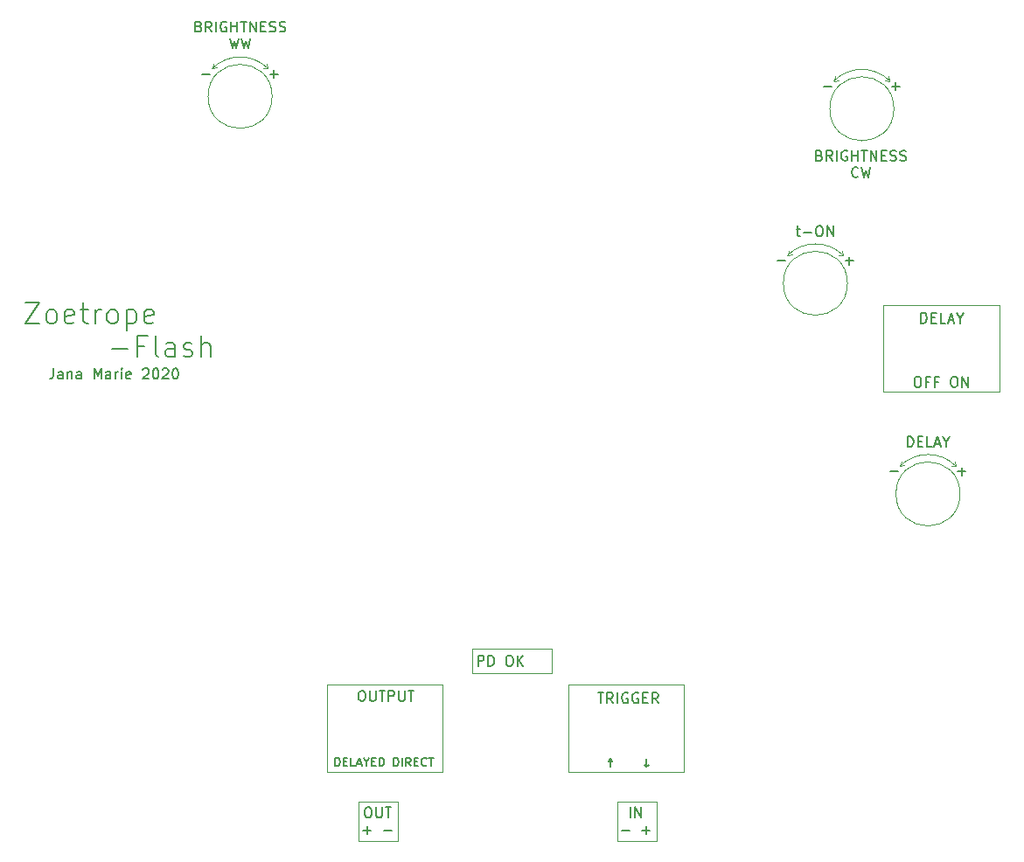
<source format=gto>
G04 #@! TF.GenerationSoftware,KiCad,Pcbnew,6.0.0-d3dd2cf0fa~116~ubuntu20.04.1*
G04 #@! TF.CreationDate,2022-01-19T00:36:28+01:00*
G04 #@! TF.ProjectId,camera-flash,63616d65-7261-42d6-966c-6173682e6b69,rev?*
G04 #@! TF.SameCoordinates,Original*
G04 #@! TF.FileFunction,Legend,Top*
G04 #@! TF.FilePolarity,Positive*
%FSLAX46Y46*%
G04 Gerber Fmt 4.6, Leading zero omitted, Abs format (unit mm)*
G04 Created by KiCad (PCBNEW 6.0.0-d3dd2cf0fa~116~ubuntu20.04.1) date 2022-01-19 00:36:28*
%MOMM*%
%LPD*%
G01*
G04 APERTURE LIST*
%ADD10C,0.150000*%
%ADD11C,0.200000*%
%ADD12C,0.120000*%
G04 APERTURE END LIST*
D10*
X56019047Y-99652380D02*
X56019047Y-100366666D01*
X55971428Y-100509523D01*
X55876190Y-100604761D01*
X55733333Y-100652380D01*
X55638095Y-100652380D01*
X56923809Y-100652380D02*
X56923809Y-100128571D01*
X56876190Y-100033333D01*
X56780952Y-99985714D01*
X56590476Y-99985714D01*
X56495238Y-100033333D01*
X56923809Y-100604761D02*
X56828571Y-100652380D01*
X56590476Y-100652380D01*
X56495238Y-100604761D01*
X56447619Y-100509523D01*
X56447619Y-100414285D01*
X56495238Y-100319047D01*
X56590476Y-100271428D01*
X56828571Y-100271428D01*
X56923809Y-100223809D01*
X57400000Y-99985714D02*
X57400000Y-100652380D01*
X57400000Y-100080952D02*
X57447619Y-100033333D01*
X57542857Y-99985714D01*
X57685714Y-99985714D01*
X57780952Y-100033333D01*
X57828571Y-100128571D01*
X57828571Y-100652380D01*
X58733333Y-100652380D02*
X58733333Y-100128571D01*
X58685714Y-100033333D01*
X58590476Y-99985714D01*
X58400000Y-99985714D01*
X58304761Y-100033333D01*
X58733333Y-100604761D02*
X58638095Y-100652380D01*
X58400000Y-100652380D01*
X58304761Y-100604761D01*
X58257142Y-100509523D01*
X58257142Y-100414285D01*
X58304761Y-100319047D01*
X58400000Y-100271428D01*
X58638095Y-100271428D01*
X58733333Y-100223809D01*
X59971428Y-100652380D02*
X59971428Y-99652380D01*
X60304761Y-100366666D01*
X60638095Y-99652380D01*
X60638095Y-100652380D01*
X61542857Y-100652380D02*
X61542857Y-100128571D01*
X61495238Y-100033333D01*
X61400000Y-99985714D01*
X61209523Y-99985714D01*
X61114285Y-100033333D01*
X61542857Y-100604761D02*
X61447619Y-100652380D01*
X61209523Y-100652380D01*
X61114285Y-100604761D01*
X61066666Y-100509523D01*
X61066666Y-100414285D01*
X61114285Y-100319047D01*
X61209523Y-100271428D01*
X61447619Y-100271428D01*
X61542857Y-100223809D01*
X62019047Y-100652380D02*
X62019047Y-99985714D01*
X62019047Y-100176190D02*
X62066666Y-100080952D01*
X62114285Y-100033333D01*
X62209523Y-99985714D01*
X62304761Y-99985714D01*
X62638095Y-100652380D02*
X62638095Y-99985714D01*
X62638095Y-99652380D02*
X62590476Y-99700000D01*
X62638095Y-99747619D01*
X62685714Y-99700000D01*
X62638095Y-99652380D01*
X62638095Y-99747619D01*
X63495238Y-100604761D02*
X63400000Y-100652380D01*
X63209523Y-100652380D01*
X63114285Y-100604761D01*
X63066666Y-100509523D01*
X63066666Y-100128571D01*
X63114285Y-100033333D01*
X63209523Y-99985714D01*
X63400000Y-99985714D01*
X63495238Y-100033333D01*
X63542857Y-100128571D01*
X63542857Y-100223809D01*
X63066666Y-100319047D01*
X64685714Y-99747619D02*
X64733333Y-99700000D01*
X64828571Y-99652380D01*
X65066666Y-99652380D01*
X65161904Y-99700000D01*
X65209523Y-99747619D01*
X65257142Y-99842857D01*
X65257142Y-99938095D01*
X65209523Y-100080952D01*
X64638095Y-100652380D01*
X65257142Y-100652380D01*
X65876190Y-99652380D02*
X65971428Y-99652380D01*
X66066666Y-99700000D01*
X66114285Y-99747619D01*
X66161904Y-99842857D01*
X66209523Y-100033333D01*
X66209523Y-100271428D01*
X66161904Y-100461904D01*
X66114285Y-100557142D01*
X66066666Y-100604761D01*
X65971428Y-100652380D01*
X65876190Y-100652380D01*
X65780952Y-100604761D01*
X65733333Y-100557142D01*
X65685714Y-100461904D01*
X65638095Y-100271428D01*
X65638095Y-100033333D01*
X65685714Y-99842857D01*
X65733333Y-99747619D01*
X65780952Y-99700000D01*
X65876190Y-99652380D01*
X66590476Y-99747619D02*
X66638095Y-99700000D01*
X66733333Y-99652380D01*
X66971428Y-99652380D01*
X67066666Y-99700000D01*
X67114285Y-99747619D01*
X67161904Y-99842857D01*
X67161904Y-99938095D01*
X67114285Y-100080952D01*
X66542857Y-100652380D01*
X67161904Y-100652380D01*
X67780952Y-99652380D02*
X67876190Y-99652380D01*
X67971428Y-99700000D01*
X68019047Y-99747619D01*
X68066666Y-99842857D01*
X68114285Y-100033333D01*
X68114285Y-100271428D01*
X68066666Y-100461904D01*
X68019047Y-100557142D01*
X67971428Y-100604761D01*
X67876190Y-100652380D01*
X67780952Y-100652380D01*
X67685714Y-100604761D01*
X67638095Y-100557142D01*
X67590476Y-100461904D01*
X67542857Y-100271428D01*
X67542857Y-100033333D01*
X67590476Y-99842857D01*
X67638095Y-99747619D01*
X67685714Y-99700000D01*
X67780952Y-99652380D01*
D11*
X53314285Y-93294761D02*
X54647619Y-93294761D01*
X53314285Y-95294761D01*
X54647619Y-95294761D01*
X55695238Y-95294761D02*
X55504761Y-95199523D01*
X55409523Y-95104285D01*
X55314285Y-94913809D01*
X55314285Y-94342380D01*
X55409523Y-94151904D01*
X55504761Y-94056666D01*
X55695238Y-93961428D01*
X55980952Y-93961428D01*
X56171428Y-94056666D01*
X56266666Y-94151904D01*
X56361904Y-94342380D01*
X56361904Y-94913809D01*
X56266666Y-95104285D01*
X56171428Y-95199523D01*
X55980952Y-95294761D01*
X55695238Y-95294761D01*
X57980952Y-95199523D02*
X57790476Y-95294761D01*
X57409523Y-95294761D01*
X57219047Y-95199523D01*
X57123809Y-95009047D01*
X57123809Y-94247142D01*
X57219047Y-94056666D01*
X57409523Y-93961428D01*
X57790476Y-93961428D01*
X57980952Y-94056666D01*
X58076190Y-94247142D01*
X58076190Y-94437619D01*
X57123809Y-94628095D01*
X58647619Y-93961428D02*
X59409523Y-93961428D01*
X58933333Y-93294761D02*
X58933333Y-95009047D01*
X59028571Y-95199523D01*
X59219047Y-95294761D01*
X59409523Y-95294761D01*
X60076190Y-95294761D02*
X60076190Y-93961428D01*
X60076190Y-94342380D02*
X60171428Y-94151904D01*
X60266666Y-94056666D01*
X60457142Y-93961428D01*
X60647619Y-93961428D01*
X61600000Y-95294761D02*
X61409523Y-95199523D01*
X61314285Y-95104285D01*
X61219047Y-94913809D01*
X61219047Y-94342380D01*
X61314285Y-94151904D01*
X61409523Y-94056666D01*
X61600000Y-93961428D01*
X61885714Y-93961428D01*
X62076190Y-94056666D01*
X62171428Y-94151904D01*
X62266666Y-94342380D01*
X62266666Y-94913809D01*
X62171428Y-95104285D01*
X62076190Y-95199523D01*
X61885714Y-95294761D01*
X61600000Y-95294761D01*
X63123809Y-93961428D02*
X63123809Y-95961428D01*
X63123809Y-94056666D02*
X63314285Y-93961428D01*
X63695238Y-93961428D01*
X63885714Y-94056666D01*
X63980952Y-94151904D01*
X64076190Y-94342380D01*
X64076190Y-94913809D01*
X63980952Y-95104285D01*
X63885714Y-95199523D01*
X63695238Y-95294761D01*
X63314285Y-95294761D01*
X63123809Y-95199523D01*
X65695238Y-95199523D02*
X65504761Y-95294761D01*
X65123809Y-95294761D01*
X64933333Y-95199523D01*
X64838095Y-95009047D01*
X64838095Y-94247142D01*
X64933333Y-94056666D01*
X65123809Y-93961428D01*
X65504761Y-93961428D01*
X65695238Y-94056666D01*
X65790476Y-94247142D01*
X65790476Y-94437619D01*
X64838095Y-94628095D01*
X61695238Y-97752857D02*
X63219047Y-97752857D01*
X64838095Y-97467142D02*
X64171428Y-97467142D01*
X64171428Y-98514761D02*
X64171428Y-96514761D01*
X65123809Y-96514761D01*
X66171428Y-98514761D02*
X65980952Y-98419523D01*
X65885714Y-98229047D01*
X65885714Y-96514761D01*
X67790476Y-98514761D02*
X67790476Y-97467142D01*
X67695238Y-97276666D01*
X67504761Y-97181428D01*
X67123809Y-97181428D01*
X66933333Y-97276666D01*
X67790476Y-98419523D02*
X67600000Y-98514761D01*
X67123809Y-98514761D01*
X66933333Y-98419523D01*
X66838095Y-98229047D01*
X66838095Y-98038571D01*
X66933333Y-97848095D01*
X67123809Y-97752857D01*
X67600000Y-97752857D01*
X67790476Y-97657619D01*
X68647619Y-98419523D02*
X68838095Y-98514761D01*
X69219047Y-98514761D01*
X69409523Y-98419523D01*
X69504761Y-98229047D01*
X69504761Y-98133809D01*
X69409523Y-97943333D01*
X69219047Y-97848095D01*
X68933333Y-97848095D01*
X68742857Y-97752857D01*
X68647619Y-97562380D01*
X68647619Y-97467142D01*
X68742857Y-97276666D01*
X68933333Y-97181428D01*
X69219047Y-97181428D01*
X69409523Y-97276666D01*
X70361904Y-98514761D02*
X70361904Y-96514761D01*
X71219047Y-98514761D02*
X71219047Y-97467142D01*
X71123809Y-97276666D01*
X70933333Y-97181428D01*
X70647619Y-97181428D01*
X70457142Y-97276666D01*
X70361904Y-97371904D01*
D10*
X137966666Y-72328571D02*
X137204761Y-72328571D01*
X137585714Y-71947619D02*
X137585714Y-72709523D01*
X131395238Y-72328571D02*
X130633333Y-72328571D01*
D12*
X136999999Y-71800001D02*
X136900000Y-71350000D01*
X131600001Y-71800001D02*
X132025000Y-71725000D01*
X136999999Y-71800001D02*
X136575000Y-71775000D01*
X131600000Y-71800000D02*
X131750000Y-71350000D01*
X136999999Y-71800001D02*
G75*
G03*
X131600001Y-71800001I-2699999J-2699999D01*
G01*
D10*
X133466666Y-89228571D02*
X132704761Y-89228571D01*
X133085714Y-88847619D02*
X133085714Y-89609523D01*
X126895238Y-89228571D02*
X126133333Y-89228571D01*
X144366666Y-109628571D02*
X143604761Y-109628571D01*
X143985714Y-109247619D02*
X143985714Y-110009523D01*
X137795238Y-109628571D02*
X137033333Y-109628571D01*
X77766666Y-71128571D02*
X77004761Y-71128571D01*
X77385714Y-70747619D02*
X77385714Y-71509523D01*
X71195238Y-71128571D02*
X70433333Y-71128571D01*
D12*
X71400001Y-70600001D02*
X71550001Y-70150001D01*
X71400002Y-70600002D02*
X71825001Y-70525001D01*
X76799999Y-70600001D02*
X76375000Y-70575000D01*
X76799999Y-70600001D02*
G75*
G03*
X71400001Y-70600001I-2699999J-2699999D01*
G01*
X76799999Y-70600001D02*
X76700000Y-70150000D01*
X138000000Y-109100000D02*
X138150000Y-108650000D01*
X138000001Y-109100001D02*
X138425000Y-109025000D01*
X143399999Y-109100001D02*
X142975000Y-109075000D01*
X143399999Y-109100001D02*
G75*
G03*
X138000001Y-109100001I-2699999J-2699999D01*
G01*
X143399999Y-109100001D02*
X143300000Y-108650000D01*
X132499999Y-88700001D02*
X132075000Y-88675000D01*
X132499999Y-88700001D02*
X132400000Y-88250000D01*
X127100001Y-88700001D02*
X127525000Y-88625000D01*
X127100000Y-88700000D02*
X127250000Y-88250000D01*
X132499999Y-88700001D02*
G75*
G03*
X127100001Y-88700001I-2699999J-2699999D01*
G01*
X77200000Y-73300000D02*
G75*
G03*
X77200000Y-73300000I-3100000J0D01*
G01*
X143800000Y-111800000D02*
G75*
G03*
X143800000Y-111800000I-3100000J0D01*
G01*
X137400000Y-74500000D02*
G75*
G03*
X137400000Y-74500000I-3100000J0D01*
G01*
X132900000Y-91400000D02*
G75*
G03*
X132900000Y-91400000I-3100000J0D01*
G01*
X147600000Y-93500000D02*
X136400000Y-93500000D01*
X136400000Y-101900000D02*
X147600000Y-101900000D01*
X136400000Y-93500000D02*
X136400000Y-101900000D01*
X147600000Y-93500000D02*
X147600000Y-101900000D01*
X117100000Y-130300000D02*
X105900000Y-130300000D01*
X105900000Y-138700000D02*
X117100000Y-138700000D01*
X105900000Y-130300000D02*
X105900000Y-138700000D01*
X117100000Y-130300000D02*
X117100000Y-138700000D01*
X93700000Y-130300000D02*
X93700000Y-138700000D01*
X82500000Y-138700000D02*
X93700000Y-138700000D01*
X82500000Y-130300000D02*
X82500000Y-138700000D01*
X93700000Y-130300000D02*
X82500000Y-130300000D01*
X114400000Y-141600000D02*
X110600000Y-141600000D01*
X110600000Y-145400000D02*
X114400000Y-145400000D01*
X110600000Y-141600000D02*
X110600000Y-145400000D01*
X114400000Y-145400000D02*
X114400000Y-141600000D01*
X89400000Y-141600000D02*
X85600000Y-141600000D01*
X89400000Y-145400000D02*
X89400000Y-141600000D01*
X85600000Y-145400000D02*
X89400000Y-145400000D01*
X85600000Y-141600000D02*
X85600000Y-145400000D01*
D10*
X83295238Y-138161904D02*
X83295238Y-137361904D01*
X83485714Y-137361904D01*
X83600000Y-137400000D01*
X83676190Y-137476190D01*
X83714285Y-137552380D01*
X83752380Y-137704761D01*
X83752380Y-137819047D01*
X83714285Y-137971428D01*
X83676190Y-138047619D01*
X83600000Y-138123809D01*
X83485714Y-138161904D01*
X83295238Y-138161904D01*
X84095238Y-137742857D02*
X84361904Y-137742857D01*
X84476190Y-138161904D02*
X84095238Y-138161904D01*
X84095238Y-137361904D01*
X84476190Y-137361904D01*
X85200000Y-138161904D02*
X84819047Y-138161904D01*
X84819047Y-137361904D01*
X85428571Y-137933333D02*
X85809523Y-137933333D01*
X85352380Y-138161904D02*
X85619047Y-137361904D01*
X85885714Y-138161904D01*
X86304761Y-137780952D02*
X86304761Y-138161904D01*
X86038095Y-137361904D02*
X86304761Y-137780952D01*
X86571428Y-137361904D01*
X86838095Y-137742857D02*
X87104761Y-137742857D01*
X87219047Y-138161904D02*
X86838095Y-138161904D01*
X86838095Y-137361904D01*
X87219047Y-137361904D01*
X87561904Y-138161904D02*
X87561904Y-137361904D01*
X87752380Y-137361904D01*
X87866666Y-137400000D01*
X87942857Y-137476190D01*
X87980952Y-137552380D01*
X88019047Y-137704761D01*
X88019047Y-137819047D01*
X87980952Y-137971428D01*
X87942857Y-138047619D01*
X87866666Y-138123809D01*
X87752380Y-138161904D01*
X87561904Y-138161904D01*
X88971428Y-138161904D02*
X88971428Y-137361904D01*
X89161904Y-137361904D01*
X89276190Y-137400000D01*
X89352380Y-137476190D01*
X89390476Y-137552380D01*
X89428571Y-137704761D01*
X89428571Y-137819047D01*
X89390476Y-137971428D01*
X89352380Y-138047619D01*
X89276190Y-138123809D01*
X89161904Y-138161904D01*
X88971428Y-138161904D01*
X89771428Y-138161904D02*
X89771428Y-137361904D01*
X90609523Y-138161904D02*
X90342857Y-137780952D01*
X90152380Y-138161904D02*
X90152380Y-137361904D01*
X90457142Y-137361904D01*
X90533333Y-137400000D01*
X90571428Y-137438095D01*
X90609523Y-137514285D01*
X90609523Y-137628571D01*
X90571428Y-137704761D01*
X90533333Y-137742857D01*
X90457142Y-137780952D01*
X90152380Y-137780952D01*
X90952380Y-137742857D02*
X91219047Y-137742857D01*
X91333333Y-138161904D02*
X90952380Y-138161904D01*
X90952380Y-137361904D01*
X91333333Y-137361904D01*
X92133333Y-138085714D02*
X92095238Y-138123809D01*
X91980952Y-138161904D01*
X91904761Y-138161904D01*
X91790476Y-138123809D01*
X91714285Y-138047619D01*
X91676190Y-137971428D01*
X91638095Y-137819047D01*
X91638095Y-137704761D01*
X91676190Y-137552380D01*
X91714285Y-137476190D01*
X91790476Y-137400000D01*
X91904761Y-137361904D01*
X91980952Y-137361904D01*
X92095238Y-137400000D01*
X92133333Y-137438095D01*
X92361904Y-137361904D02*
X92819047Y-137361904D01*
X92590476Y-138161904D02*
X92590476Y-137361904D01*
X85795238Y-130852380D02*
X85985714Y-130852380D01*
X86080952Y-130900000D01*
X86176190Y-130995238D01*
X86223809Y-131185714D01*
X86223809Y-131519047D01*
X86176190Y-131709523D01*
X86080952Y-131804761D01*
X85985714Y-131852380D01*
X85795238Y-131852380D01*
X85700000Y-131804761D01*
X85604761Y-131709523D01*
X85557142Y-131519047D01*
X85557142Y-131185714D01*
X85604761Y-130995238D01*
X85700000Y-130900000D01*
X85795238Y-130852380D01*
X86652380Y-130852380D02*
X86652380Y-131661904D01*
X86700000Y-131757142D01*
X86747619Y-131804761D01*
X86842857Y-131852380D01*
X87033333Y-131852380D01*
X87128571Y-131804761D01*
X87176190Y-131757142D01*
X87223809Y-131661904D01*
X87223809Y-130852380D01*
X87557142Y-130852380D02*
X88128571Y-130852380D01*
X87842857Y-131852380D02*
X87842857Y-130852380D01*
X88461904Y-131852380D02*
X88461904Y-130852380D01*
X88842857Y-130852380D01*
X88938095Y-130900000D01*
X88985714Y-130947619D01*
X89033333Y-131042857D01*
X89033333Y-131185714D01*
X88985714Y-131280952D01*
X88938095Y-131328571D01*
X88842857Y-131376190D01*
X88461904Y-131376190D01*
X89461904Y-130852380D02*
X89461904Y-131661904D01*
X89509523Y-131757142D01*
X89557142Y-131804761D01*
X89652380Y-131852380D01*
X89842857Y-131852380D01*
X89938095Y-131804761D01*
X89985714Y-131757142D01*
X90033333Y-131661904D01*
X90033333Y-130852380D01*
X90366666Y-130852380D02*
X90938095Y-130852380D01*
X90652380Y-131852380D02*
X90652380Y-130852380D01*
X70100000Y-66523571D02*
X70242857Y-66571190D01*
X70290476Y-66618809D01*
X70338095Y-66714047D01*
X70338095Y-66856904D01*
X70290476Y-66952142D01*
X70242857Y-66999761D01*
X70147619Y-67047380D01*
X69766666Y-67047380D01*
X69766666Y-66047380D01*
X70100000Y-66047380D01*
X70195238Y-66095000D01*
X70242857Y-66142619D01*
X70290476Y-66237857D01*
X70290476Y-66333095D01*
X70242857Y-66428333D01*
X70195238Y-66475952D01*
X70100000Y-66523571D01*
X69766666Y-66523571D01*
X71338095Y-67047380D02*
X71004761Y-66571190D01*
X70766666Y-67047380D02*
X70766666Y-66047380D01*
X71147619Y-66047380D01*
X71242857Y-66095000D01*
X71290476Y-66142619D01*
X71338095Y-66237857D01*
X71338095Y-66380714D01*
X71290476Y-66475952D01*
X71242857Y-66523571D01*
X71147619Y-66571190D01*
X70766666Y-66571190D01*
X71766666Y-67047380D02*
X71766666Y-66047380D01*
X72766666Y-66095000D02*
X72671428Y-66047380D01*
X72528571Y-66047380D01*
X72385714Y-66095000D01*
X72290476Y-66190238D01*
X72242857Y-66285476D01*
X72195238Y-66475952D01*
X72195238Y-66618809D01*
X72242857Y-66809285D01*
X72290476Y-66904523D01*
X72385714Y-66999761D01*
X72528571Y-67047380D01*
X72623809Y-67047380D01*
X72766666Y-66999761D01*
X72814285Y-66952142D01*
X72814285Y-66618809D01*
X72623809Y-66618809D01*
X73242857Y-67047380D02*
X73242857Y-66047380D01*
X73242857Y-66523571D02*
X73814285Y-66523571D01*
X73814285Y-67047380D02*
X73814285Y-66047380D01*
X74147619Y-66047380D02*
X74719047Y-66047380D01*
X74433333Y-67047380D02*
X74433333Y-66047380D01*
X75052380Y-67047380D02*
X75052380Y-66047380D01*
X75623809Y-67047380D01*
X75623809Y-66047380D01*
X76100000Y-66523571D02*
X76433333Y-66523571D01*
X76576190Y-67047380D02*
X76100000Y-67047380D01*
X76100000Y-66047380D01*
X76576190Y-66047380D01*
X76957142Y-66999761D02*
X77100000Y-67047380D01*
X77338095Y-67047380D01*
X77433333Y-66999761D01*
X77480952Y-66952142D01*
X77528571Y-66856904D01*
X77528571Y-66761666D01*
X77480952Y-66666428D01*
X77433333Y-66618809D01*
X77338095Y-66571190D01*
X77147619Y-66523571D01*
X77052380Y-66475952D01*
X77004761Y-66428333D01*
X76957142Y-66333095D01*
X76957142Y-66237857D01*
X77004761Y-66142619D01*
X77052380Y-66095000D01*
X77147619Y-66047380D01*
X77385714Y-66047380D01*
X77528571Y-66095000D01*
X77909523Y-66999761D02*
X78052380Y-67047380D01*
X78290476Y-67047380D01*
X78385714Y-66999761D01*
X78433333Y-66952142D01*
X78480952Y-66856904D01*
X78480952Y-66761666D01*
X78433333Y-66666428D01*
X78385714Y-66618809D01*
X78290476Y-66571190D01*
X78100000Y-66523571D01*
X78004761Y-66475952D01*
X77957142Y-66428333D01*
X77909523Y-66333095D01*
X77909523Y-66237857D01*
X77957142Y-66142619D01*
X78004761Y-66095000D01*
X78100000Y-66047380D01*
X78338095Y-66047380D01*
X78480952Y-66095000D01*
X73100000Y-67657380D02*
X73338095Y-68657380D01*
X73528571Y-67943095D01*
X73719047Y-68657380D01*
X73957142Y-67657380D01*
X74242857Y-67657380D02*
X74480952Y-68657380D01*
X74671428Y-67943095D01*
X74861904Y-68657380D01*
X75100000Y-67657380D01*
X130200000Y-79023571D02*
X130342857Y-79071190D01*
X130390476Y-79118809D01*
X130438095Y-79214047D01*
X130438095Y-79356904D01*
X130390476Y-79452142D01*
X130342857Y-79499761D01*
X130247619Y-79547380D01*
X129866666Y-79547380D01*
X129866666Y-78547380D01*
X130200000Y-78547380D01*
X130295238Y-78595000D01*
X130342857Y-78642619D01*
X130390476Y-78737857D01*
X130390476Y-78833095D01*
X130342857Y-78928333D01*
X130295238Y-78975952D01*
X130200000Y-79023571D01*
X129866666Y-79023571D01*
X131438095Y-79547380D02*
X131104761Y-79071190D01*
X130866666Y-79547380D02*
X130866666Y-78547380D01*
X131247619Y-78547380D01*
X131342857Y-78595000D01*
X131390476Y-78642619D01*
X131438095Y-78737857D01*
X131438095Y-78880714D01*
X131390476Y-78975952D01*
X131342857Y-79023571D01*
X131247619Y-79071190D01*
X130866666Y-79071190D01*
X131866666Y-79547380D02*
X131866666Y-78547380D01*
X132866666Y-78595000D02*
X132771428Y-78547380D01*
X132628571Y-78547380D01*
X132485714Y-78595000D01*
X132390476Y-78690238D01*
X132342857Y-78785476D01*
X132295238Y-78975952D01*
X132295238Y-79118809D01*
X132342857Y-79309285D01*
X132390476Y-79404523D01*
X132485714Y-79499761D01*
X132628571Y-79547380D01*
X132723809Y-79547380D01*
X132866666Y-79499761D01*
X132914285Y-79452142D01*
X132914285Y-79118809D01*
X132723809Y-79118809D01*
X133342857Y-79547380D02*
X133342857Y-78547380D01*
X133342857Y-79023571D02*
X133914285Y-79023571D01*
X133914285Y-79547380D02*
X133914285Y-78547380D01*
X134247619Y-78547380D02*
X134819047Y-78547380D01*
X134533333Y-79547380D02*
X134533333Y-78547380D01*
X135152380Y-79547380D02*
X135152380Y-78547380D01*
X135723809Y-79547380D01*
X135723809Y-78547380D01*
X136200000Y-79023571D02*
X136533333Y-79023571D01*
X136676190Y-79547380D02*
X136200000Y-79547380D01*
X136200000Y-78547380D01*
X136676190Y-78547380D01*
X137057142Y-79499761D02*
X137200000Y-79547380D01*
X137438095Y-79547380D01*
X137533333Y-79499761D01*
X137580952Y-79452142D01*
X137628571Y-79356904D01*
X137628571Y-79261666D01*
X137580952Y-79166428D01*
X137533333Y-79118809D01*
X137438095Y-79071190D01*
X137247619Y-79023571D01*
X137152380Y-78975952D01*
X137104761Y-78928333D01*
X137057142Y-78833095D01*
X137057142Y-78737857D01*
X137104761Y-78642619D01*
X137152380Y-78595000D01*
X137247619Y-78547380D01*
X137485714Y-78547380D01*
X137628571Y-78595000D01*
X138009523Y-79499761D02*
X138152380Y-79547380D01*
X138390476Y-79547380D01*
X138485714Y-79499761D01*
X138533333Y-79452142D01*
X138580952Y-79356904D01*
X138580952Y-79261666D01*
X138533333Y-79166428D01*
X138485714Y-79118809D01*
X138390476Y-79071190D01*
X138200000Y-79023571D01*
X138104761Y-78975952D01*
X138057142Y-78928333D01*
X138009523Y-78833095D01*
X138009523Y-78737857D01*
X138057142Y-78642619D01*
X138104761Y-78595000D01*
X138200000Y-78547380D01*
X138438095Y-78547380D01*
X138580952Y-78595000D01*
X133938095Y-81062142D02*
X133890476Y-81109761D01*
X133747619Y-81157380D01*
X133652380Y-81157380D01*
X133509523Y-81109761D01*
X133414285Y-81014523D01*
X133366666Y-80919285D01*
X133319047Y-80728809D01*
X133319047Y-80585952D01*
X133366666Y-80395476D01*
X133414285Y-80300238D01*
X133509523Y-80205000D01*
X133652380Y-80157380D01*
X133747619Y-80157380D01*
X133890476Y-80205000D01*
X133938095Y-80252619D01*
X134271428Y-80157380D02*
X134509523Y-81157380D01*
X134700000Y-80443095D01*
X134890476Y-81157380D01*
X135128571Y-80157380D01*
X127942857Y-86185714D02*
X128323809Y-86185714D01*
X128085714Y-85852380D02*
X128085714Y-86709523D01*
X128133333Y-86804761D01*
X128228571Y-86852380D01*
X128323809Y-86852380D01*
X128657142Y-86471428D02*
X129419047Y-86471428D01*
X130085714Y-85852380D02*
X130276190Y-85852380D01*
X130371428Y-85900000D01*
X130466666Y-85995238D01*
X130514285Y-86185714D01*
X130514285Y-86519047D01*
X130466666Y-86709523D01*
X130371428Y-86804761D01*
X130276190Y-86852380D01*
X130085714Y-86852380D01*
X129990476Y-86804761D01*
X129895238Y-86709523D01*
X129847619Y-86519047D01*
X129847619Y-86185714D01*
X129895238Y-85995238D01*
X129990476Y-85900000D01*
X130085714Y-85852380D01*
X130942857Y-86852380D02*
X130942857Y-85852380D01*
X131514285Y-86852380D01*
X131514285Y-85852380D01*
X138723809Y-107252380D02*
X138723809Y-106252380D01*
X138961904Y-106252380D01*
X139104761Y-106300000D01*
X139200000Y-106395238D01*
X139247619Y-106490476D01*
X139295238Y-106680952D01*
X139295238Y-106823809D01*
X139247619Y-107014285D01*
X139200000Y-107109523D01*
X139104761Y-107204761D01*
X138961904Y-107252380D01*
X138723809Y-107252380D01*
X139723809Y-106728571D02*
X140057142Y-106728571D01*
X140200000Y-107252380D02*
X139723809Y-107252380D01*
X139723809Y-106252380D01*
X140200000Y-106252380D01*
X141104761Y-107252380D02*
X140628571Y-107252380D01*
X140628571Y-106252380D01*
X141390476Y-106966666D02*
X141866666Y-106966666D01*
X141295238Y-107252380D02*
X141628571Y-106252380D01*
X141961904Y-107252380D01*
X142485714Y-106776190D02*
X142485714Y-107252380D01*
X142152380Y-106252380D02*
X142485714Y-106776190D01*
X142819047Y-106252380D01*
X109938095Y-138252380D02*
X109938095Y-137490476D01*
X109747619Y-137680952D02*
X109938095Y-137490476D01*
X110128571Y-137680952D01*
X113461904Y-137490476D02*
X113461904Y-138252380D01*
X113652380Y-138061904D02*
X113461904Y-138252380D01*
X113271428Y-138061904D01*
X139619047Y-100452380D02*
X139809523Y-100452380D01*
X139904761Y-100500000D01*
X140000000Y-100595238D01*
X140047619Y-100785714D01*
X140047619Y-101119047D01*
X140000000Y-101309523D01*
X139904761Y-101404761D01*
X139809523Y-101452380D01*
X139619047Y-101452380D01*
X139523809Y-101404761D01*
X139428571Y-101309523D01*
X139380952Y-101119047D01*
X139380952Y-100785714D01*
X139428571Y-100595238D01*
X139523809Y-100500000D01*
X139619047Y-100452380D01*
X140809523Y-100928571D02*
X140476190Y-100928571D01*
X140476190Y-101452380D02*
X140476190Y-100452380D01*
X140952380Y-100452380D01*
X141666666Y-100928571D02*
X141333333Y-100928571D01*
X141333333Y-101452380D02*
X141333333Y-100452380D01*
X141809523Y-100452380D01*
X143142857Y-100452380D02*
X143333333Y-100452380D01*
X143428571Y-100500000D01*
X143523809Y-100595238D01*
X143571428Y-100785714D01*
X143571428Y-101119047D01*
X143523809Y-101309523D01*
X143428571Y-101404761D01*
X143333333Y-101452380D01*
X143142857Y-101452380D01*
X143047619Y-101404761D01*
X142952380Y-101309523D01*
X142904761Y-101119047D01*
X142904761Y-100785714D01*
X142952380Y-100595238D01*
X143047619Y-100500000D01*
X143142857Y-100452380D01*
X144000000Y-101452380D02*
X144000000Y-100452380D01*
X144571428Y-101452380D01*
X144571428Y-100452380D01*
X140023809Y-95252380D02*
X140023809Y-94252380D01*
X140261904Y-94252380D01*
X140404761Y-94300000D01*
X140500000Y-94395238D01*
X140547619Y-94490476D01*
X140595238Y-94680952D01*
X140595238Y-94823809D01*
X140547619Y-95014285D01*
X140500000Y-95109523D01*
X140404761Y-95204761D01*
X140261904Y-95252380D01*
X140023809Y-95252380D01*
X141023809Y-94728571D02*
X141357142Y-94728571D01*
X141500000Y-95252380D02*
X141023809Y-95252380D01*
X141023809Y-94252380D01*
X141500000Y-94252380D01*
X142404761Y-95252380D02*
X141928571Y-95252380D01*
X141928571Y-94252380D01*
X142690476Y-94966666D02*
X143166666Y-94966666D01*
X142595238Y-95252380D02*
X142928571Y-94252380D01*
X143261904Y-95252380D01*
X143785714Y-94776190D02*
X143785714Y-95252380D01*
X143452380Y-94252380D02*
X143785714Y-94776190D01*
X144119047Y-94252380D01*
X108723809Y-131052380D02*
X109295238Y-131052380D01*
X109009523Y-132052380D02*
X109009523Y-131052380D01*
X110200000Y-132052380D02*
X109866666Y-131576190D01*
X109628571Y-132052380D02*
X109628571Y-131052380D01*
X110009523Y-131052380D01*
X110104761Y-131100000D01*
X110152380Y-131147619D01*
X110200000Y-131242857D01*
X110200000Y-131385714D01*
X110152380Y-131480952D01*
X110104761Y-131528571D01*
X110009523Y-131576190D01*
X109628571Y-131576190D01*
X110628571Y-132052380D02*
X110628571Y-131052380D01*
X111628571Y-131100000D02*
X111533333Y-131052380D01*
X111390476Y-131052380D01*
X111247619Y-131100000D01*
X111152380Y-131195238D01*
X111104761Y-131290476D01*
X111057142Y-131480952D01*
X111057142Y-131623809D01*
X111104761Y-131814285D01*
X111152380Y-131909523D01*
X111247619Y-132004761D01*
X111390476Y-132052380D01*
X111485714Y-132052380D01*
X111628571Y-132004761D01*
X111676190Y-131957142D01*
X111676190Y-131623809D01*
X111485714Y-131623809D01*
X112628571Y-131100000D02*
X112533333Y-131052380D01*
X112390476Y-131052380D01*
X112247619Y-131100000D01*
X112152380Y-131195238D01*
X112104761Y-131290476D01*
X112057142Y-131480952D01*
X112057142Y-131623809D01*
X112104761Y-131814285D01*
X112152380Y-131909523D01*
X112247619Y-132004761D01*
X112390476Y-132052380D01*
X112485714Y-132052380D01*
X112628571Y-132004761D01*
X112676190Y-131957142D01*
X112676190Y-131623809D01*
X112485714Y-131623809D01*
X113104761Y-131528571D02*
X113438095Y-131528571D01*
X113580952Y-132052380D02*
X113104761Y-132052380D01*
X113104761Y-131052380D01*
X113580952Y-131052380D01*
X114580952Y-132052380D02*
X114247619Y-131576190D01*
X114009523Y-132052380D02*
X114009523Y-131052380D01*
X114390476Y-131052380D01*
X114485714Y-131100000D01*
X114533333Y-131147619D01*
X114580952Y-131242857D01*
X114580952Y-131385714D01*
X114533333Y-131480952D01*
X114485714Y-131528571D01*
X114390476Y-131576190D01*
X114009523Y-131576190D01*
X86400000Y-142147380D02*
X86590476Y-142147380D01*
X86685714Y-142195000D01*
X86780952Y-142290238D01*
X86828571Y-142480714D01*
X86828571Y-142814047D01*
X86780952Y-143004523D01*
X86685714Y-143099761D01*
X86590476Y-143147380D01*
X86400000Y-143147380D01*
X86304761Y-143099761D01*
X86209523Y-143004523D01*
X86161904Y-142814047D01*
X86161904Y-142480714D01*
X86209523Y-142290238D01*
X86304761Y-142195000D01*
X86400000Y-142147380D01*
X87257142Y-142147380D02*
X87257142Y-142956904D01*
X87304761Y-143052142D01*
X87352380Y-143099761D01*
X87447619Y-143147380D01*
X87638095Y-143147380D01*
X87733333Y-143099761D01*
X87780952Y-143052142D01*
X87828571Y-142956904D01*
X87828571Y-142147380D01*
X88161904Y-142147380D02*
X88733333Y-142147380D01*
X88447619Y-143147380D02*
X88447619Y-142147380D01*
X86019047Y-144376428D02*
X86780952Y-144376428D01*
X86400000Y-144757380D02*
X86400000Y-143995476D01*
X88019047Y-144376428D02*
X88780952Y-144376428D01*
X111876190Y-143147380D02*
X111876190Y-142147380D01*
X112352380Y-143147380D02*
X112352380Y-142147380D01*
X112923809Y-143147380D01*
X112923809Y-142147380D01*
X111019047Y-144376428D02*
X111780952Y-144376428D01*
X113019047Y-144376428D02*
X113780952Y-144376428D01*
X113400000Y-144757380D02*
X113400000Y-143995476D01*
X97133333Y-128452380D02*
X97133333Y-127452380D01*
X97514285Y-127452380D01*
X97609523Y-127500000D01*
X97657142Y-127547619D01*
X97704761Y-127642857D01*
X97704761Y-127785714D01*
X97657142Y-127880952D01*
X97609523Y-127928571D01*
X97514285Y-127976190D01*
X97133333Y-127976190D01*
X98133333Y-128452380D02*
X98133333Y-127452380D01*
X98371428Y-127452380D01*
X98514285Y-127500000D01*
X98609523Y-127595238D01*
X98657142Y-127690476D01*
X98704761Y-127880952D01*
X98704761Y-128023809D01*
X98657142Y-128214285D01*
X98609523Y-128309523D01*
X98514285Y-128404761D01*
X98371428Y-128452380D01*
X98133333Y-128452380D01*
X100085714Y-127452380D02*
X100276190Y-127452380D01*
X100371428Y-127500000D01*
X100466666Y-127595238D01*
X100514285Y-127785714D01*
X100514285Y-128119047D01*
X100466666Y-128309523D01*
X100371428Y-128404761D01*
X100276190Y-128452380D01*
X100085714Y-128452380D01*
X99990476Y-128404761D01*
X99895238Y-128309523D01*
X99847619Y-128119047D01*
X99847619Y-127785714D01*
X99895238Y-127595238D01*
X99990476Y-127500000D01*
X100085714Y-127452380D01*
X100942857Y-128452380D02*
X100942857Y-127452380D01*
X101514285Y-128452380D02*
X101085714Y-127880952D01*
X101514285Y-127452380D02*
X100942857Y-128023809D01*
D12*
X96600000Y-126800000D02*
X96600000Y-129200000D01*
X104300000Y-126800000D02*
X96600000Y-126800000D01*
X104300000Y-129200000D02*
X96600000Y-129200000D01*
X104300000Y-126800000D02*
X104300000Y-129200000D01*
M02*

</source>
